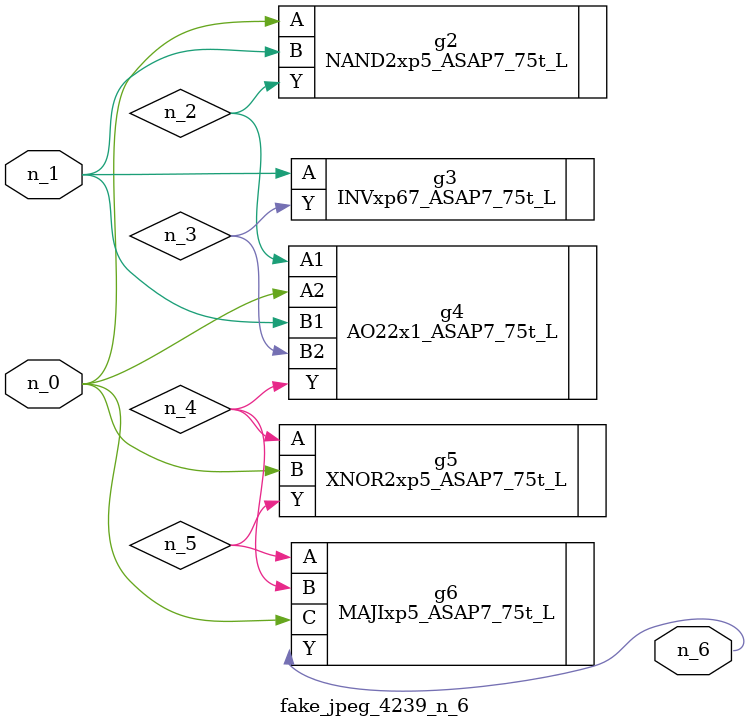
<source format=v>
module fake_jpeg_4239_n_6 (n_0, n_1, n_6);

input n_0;
input n_1;

output n_6;

wire n_3;
wire n_2;
wire n_4;
wire n_5;

NAND2xp5_ASAP7_75t_L g2 ( 
.A(n_0),
.B(n_1),
.Y(n_2)
);

INVxp67_ASAP7_75t_L g3 ( 
.A(n_1),
.Y(n_3)
);

AO22x1_ASAP7_75t_L g4 ( 
.A1(n_2),
.A2(n_0),
.B1(n_1),
.B2(n_3),
.Y(n_4)
);

XNOR2xp5_ASAP7_75t_L g5 ( 
.A(n_4),
.B(n_0),
.Y(n_5)
);

MAJIxp5_ASAP7_75t_L g6 ( 
.A(n_5),
.B(n_4),
.C(n_0),
.Y(n_6)
);


endmodule
</source>
